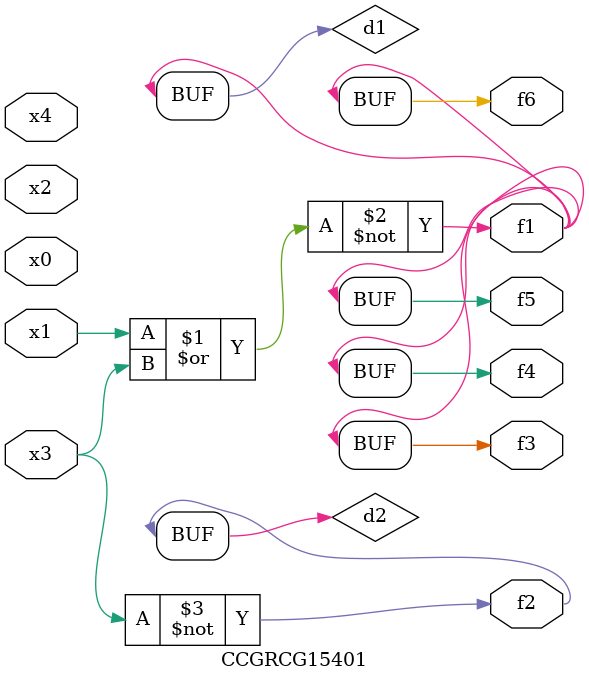
<source format=v>
module CCGRCG15401(
	input x0, x1, x2, x3, x4,
	output f1, f2, f3, f4, f5, f6
);

	wire d1, d2;

	nor (d1, x1, x3);
	not (d2, x3);
	assign f1 = d1;
	assign f2 = d2;
	assign f3 = d1;
	assign f4 = d1;
	assign f5 = d1;
	assign f6 = d1;
endmodule

</source>
